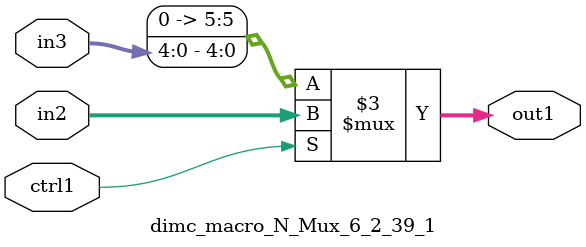
<source format=v>

`timescale 1ps / 1ps


module dimc_macro_N_Mux_6_2_39_1( in3, in2, ctrl1, out1 );

    input [4:0] in3;
    input [5:0] in2;
    input ctrl1;
    output [5:0] out1;
    reg [5:0] out1;

    
    // rtl_process:dimc_macro_N_Mux_6_2_39_1/dimc_macro_N_Mux_6_2_39_1_thread_1
    always @*
      begin : dimc_macro_N_Mux_6_2_39_1_thread_1
        case (ctrl1) 
          1'b1: 
            begin
              out1 = in2;
            end
          default: 
            begin
              out1 = {1'b0, in3};
            end
        endcase
      end

endmodule



</source>
